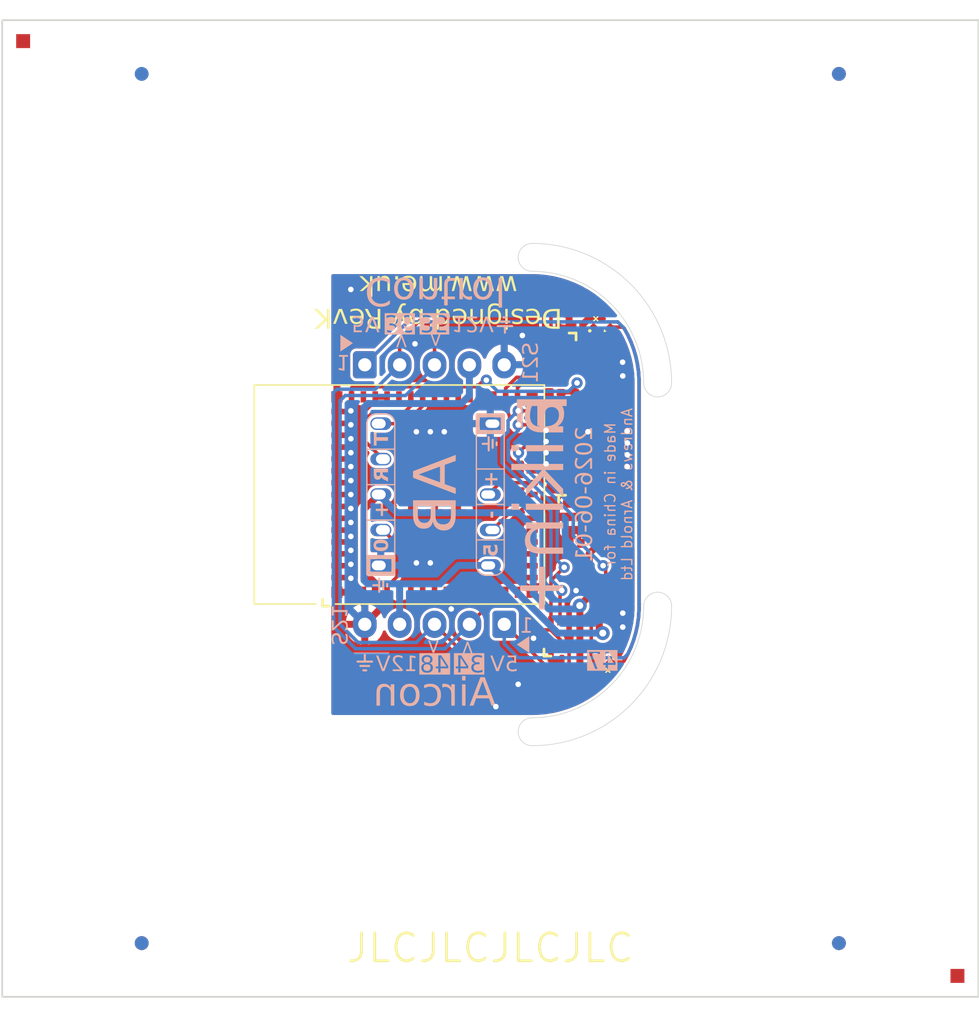
<source format=kicad_pcb>
(kicad_pcb (version 20241229) (generator "pcbnew") (generator_version "9.0")
  (title_block (title "S21") (rev "1") (company "Adrian Kennard, Andrews & Arnold Ltd"))
  (layers (0 "F.Cu" signal) (2 "B.Cu" signal) (13 "F.Paste" user) (15 "B.Paste" user) (5 "F.SilkS" user "F.Silkscreen") (7 "B.SilkS" user "B.Silkscreen") (1 "F.Mask" user) (3 "B.Mask" user) (25 "Edge.Cuts" user))
  (property "DATE" "2023-06-02")
  (net 0 "")
  (net 1 "GND")
  (net 2 "TX")
  (net 3 "RX")
  (net 4 "S21TX")
  (net 5 "LED")
  (net 6 "DC")
  (net 8 "Net-(U4-EN)")
  (net 9 "S21RX")
  (net 19 "+3.3V")
  (net 27 "Net-(J1-Pin_1)")
  (net 37 "Net-(J2-0)")
  (net 38 "Net-(J2-Rx)")
  (net 39 "Net-(J2-Tx)")
  (net 40 "D-")
  (net 41 "D+")
  (net 42 "TX2")
  (net 43 "RX2")
  (net 44 "Net-(D1-O)")
  (footprint "RevK:R_0402" (layer "F.Cu") (at 140 77)
    (property "Reference" "R1" (hide yes))
    (property "Value" "10k" (hide yes))
  )
  (footprint "RevK:JST_EH_S5B-EH_1x05_P2.50mm_Horizontal" (layer "F.Cu") (at 126 54.7)
    (property "Reference" "J4" (hide yes))
    (property "Value" "1x5")
  )
  (footprint "RevK:C_0603_" (layer "F.Cu") (at 144.5 64.3 90)
    (property "Reference" "C8" (hide yes))
    (property "Value" "10uF 35V")
  )
  (footprint "RevK:C_0402" (layer "F.Cu") (at 142 77.5 180)
    (property "Reference" "C3" (hide yes))
    (property "Value" "100nF" (hide yes))
  )
  (footprint "RevK:SMD1010" (layer "F.Cu") (at 143 76 -135)
    (property "Reference" "D1" (hide yes))
    (property "Value" "XL-1010RGBC-WS2812B" (hide yes))
  )
  (footprint "RevK:VCUT70N" (layer "F.Cu") (at 123.4 65 90)
    (property "Reference" "V5" (hide yes))
    (property "Value" "~")
  )
  (footprint "RevK:DFN1006-2L" (layer "F.Cu") (at 140 51 180)
    (property "Reference" "D3" (hide yes))
    (property "Value" "~")
  )
  (footprint "RevK:C_0402" (layer "F.Cu") (at 140.075 57.2 -90)
    (property "Reference" "C6" (hide yes))
    (property "Value" "1uF" (hide yes))
  )
  (footprint "RevK:R_0402_" (layer "F.Cu") (at 140.2 67.485 180)
    (property "Reference" "R10" (hide yes))
    (property "Value" "39k2" (hide yes))
  )
  (footprint "RevK:SOT-363_SC-70-6" (layer "F.Cu") (at 140 74 90)
    (property "Reference" "Q1" (hide yes))
    (property "Value" "BSS138PS")
  )
  (footprint "RevK:C_0402" (layer "F.Cu") (at 142 50.5 180)
    (property "Reference" "C1" (hide yes))
    (property "Value" "100nF" (hide yes))
  )
  (footprint "RevK:SOT-23-6-MD8942" (layer "F.Cu") (at 142 65.6 180)
    (property "Reference" "U3" (hide yes))
    (property "Value" "MD8942")
  )
  (footprint "RevK:R_0402" (layer "F.Cu") (at 141.075 57.2 90)
    (property "Reference" "R3" (hide yes))
    (property "Value" "10K" (hide yes))
  )
  (footprint "RevK:DFN1006-2L" (layer "F.Cu") (at 140 78)
    (property "Reference" "D2" (hide yes))
    (property "Value" "~")
  )
  (footprint "RevK:SOT-363_SC-70-6" (layer "F.Cu") (at 140 54 -90)
    (property "Reference" "Q2" (hide yes))
    (property "Value" "BSS138PS")
  )
  (footprint "RevK:R_0402" (layer "F.Cu") (at 140 50)
    (property "Reference" "R2" (hide yes))
    (property "Value" "10k" (hide yes))
  )
  (footprint "RevK:R_0402_" (layer "F.Cu") (at 143.8 67.485 180)
    (property "Reference" "R11" (hide yes))
    (property "Value" "1M" (hide yes))
  )
  (footprint "RevK:C_0402" (layer "F.Cu") (at 143.275 58.2)
    (property "Reference" "C2" (hide yes))
    (property "Value" "100nF" (hide yes))
  )
  (footprint "RevK:ESP32-S3-MINI-1" (layer "F.Cu") (at 131 64 90)
    (property "Reference" "U4" (hide yes))
    (property "Value" "ESP32-S3-MINI-1" (hide yes))
  )
  (footprint "RevK:C_0603_" (layer "F.Cu") (at 142 63.6)
    (property "Reference" "C10" (hide yes))
    (property "Value" "100nF")
  )
  (footprint "RevK:VCUT70N" (layer "F.Cu") (at 134.9 80 180)
    (property "Reference" "V2" (hide yes))
    (property "Value" "~")
  )
  (footprint "RevK:JST_EH_S5B-EH_1x05_P2.50mm_Horizontal" (layer "F.Cu") (at 136 73.3 180)
    (property "Reference" "J1" (hide yes))
    (property "Value" "1x5")
  )
  (footprint "RevK:C_0603" (layer "F.Cu") (at 143.275 57)
    (property "Reference" "C5" (hide yes))
    (property "Value" "22uF")
  )
  (footprint "RevK:L_4x4_" (layer "F.Cu") (at 142 61)
    (property "Reference" "L2" (hide yes))
    (property "Value" "10uH")
  )
  (footprint "RevK:VCUT70N" (layer "F.Cu") (at 146 65 90)
    (property "Reference" "V6" (hide yes))
    (property "Value" "~")
  )
  (footprint "RevK:SMD1010" (layer "F.Cu") (at 143 52 45)
    (property "Reference" "D4" (hide yes))
    (property "Value" "XL-1010RGBC-WS2812B" (hide yes))
  )
  (footprint "RevK:C_0603_" (layer "F.Cu") (at 139.5 64.3 -90)
    (property "Reference" "C9" (hide yes))
    (property "Value" "10uF 6.3V")
  )
  (footprint "RevK:PCB7070" (layer "F.Cu") (at 135 65)
    (property "Reference" "PCB1" (hide yes))
    (property "Value" "70x70" (hide yes))
    (fp_line (start -35 -35) (end 35 -35) (stroke (width 0.12)) (layer "Edge.Cuts"))
    (fp_line (start -35 35) (end -35 -35) (stroke (width 0.12)) (layer "Edge.Cuts"))
    (fp_line (start 35 -35) (end 35 35) (stroke (width 0.12)) (layer "Edge.Cuts"))
    (fp_line (start 35 35) (end -35 35) (stroke (width 0.12)) (layer "Edge.Cuts"))
  )
  (footprint "RevK:R_0402_" (layer "F.Cu") (at 142 67.5)
    (property "Reference" "R9" (hide yes))
    (property "Value" "124k" (hide yes))
  )
  (footprint "RevK:Shelly" (layer "B.Cu") (at 127.15 64 -90)
    (property "Reference" "J2" (hide yes))
    (property "Value" "Shelly" (hide yes))
  )
  (footprint "RevK:VCUT70N" (layer "B.Cu") (at 134.9 48 180)
    (property "Reference" "V1" (hide yes))
    (property "Value" "~")
  )
  (footprint "RevK:USB-PROG" (layer "B.Cu") (at 135 64 90)
    (property "Reference" "J3" (hide yes))
    (property "Value" "USB-PROG" (hide yes))
  )
  (gr_poly (pts (xy 137.8 75.35) (xy 137.8 74.15) (xy 136.9 74.75)) (fill yes) (layer "B.SilkS"))
  (gr_poly (pts (xy 124.25 52.55) (xy 124.25 53.75) (xy 125.15 53.15)) (fill yes) (layer "B.SilkS"))
  (gr_arc (start 138 48) (mid 137 47) (end 138 46) (stroke (width 0.05)) (layer "Edge.Cuts"))
  (gr_arc (start 148 56) (mid 147 57) (end 146 56) (stroke (width 0.05)) (layer "Edge.Cuts"))
  (gr_arc (start 148 72) (mid 145.071068 79.071068) (end 138 82) (stroke (width 0.05)) (layer "Edge.Cuts"))
  (gr_arc (start 138 48) (mid 143.656854 50.343146) (end 146 56) (stroke (width 0.05)) (layer "Edge.Cuts"))
  (gr_arc (start 146 72) (mid 143.656854 77.656854) (end 138 80) (stroke (width 0.05)) (layer "Edge.Cuts"))
  (gr_arc (start 146 72) (mid 147 71) (end 148 72) (stroke (width 0.05)) (layer "Edge.Cuts"))
  (gr_arc (start 138 82) (mid 137 81) (end 138 80) (stroke (width 0.05)) (layer "Edge.Cuts"))
  (gr_arc (start 138 46) (mid 145.071068 48.928932) (end 148 56) (stroke (width 0.05)) (layer "Edge.Cuts"))
  (gr_text "A" (at 126 77 90) (layer "F.Cu" knockout) (effects (font (size 2.5 2.5) (thickness 0.3) (bold yes))))
  (gr_text "Designed by RevK\nwww.me.uk" (at 131.275 50.1 180) (layer "F.SilkS") (effects (font (size 1.4 1.4))))
  (gr_text "F" (at 139.025 58.1 90) (layer "B.SilkS") (effects (font (size 3.5 3.5)) (justify mirror)))
  (gr_text "1" (at 124.45 54.45 180) (layer "B.SilkS") (effects (font (size 1.1 1.1) (thickness 0.1)) (justify mirror)))
  (gr_text ">" (at 131.1 52.9 90) (layer "B.SilkS") (effects (font (size 1 1)) (justify mirror)))
  (gr_text "${CURRENT_DATE}" (at 141.8 64 90) (layer "B.SilkS") (effects (font (size 1.2 1.2)) (justify mirror)))
  (gr_text "1" (at 137.6 73.45 0) (layer "B.SilkS") (effects (font (size 1.1 1.1) (thickness 0.1)) (justify mirror)))
  (gr_text "35" (at 131 51.65 180) (layer "B.SilkS" knockout) (effects (font (size 1.2 1.2) (thickness 0.1)) (justify mirror)))
  (gr_text ">" (at 133.35 75 -90) (layer "B.SilkS") (effects (font (size 1 1)) (justify mirror)))
  (gr_text "Made in China for\nAndrews & Arnold Ltd" (at 144.2 64 90) (layer "B.SilkS") (effects (font (size 0.75 0.75) (thickness 0.1)) (justify mirror)))
  (gr_text "Control" (at 131.05 49.3 180) (layer "B.SilkS") (effects (font (size 2 2)) (justify mirror)))
  (gr_text "⏚" (at 136.05 51.8 180) (layer "B.SilkS") (effects (font (size 1.1 1.1)) (justify mirror)))
  (gr_text "S21" (at 137.95 54.55 90) (layer "B.SilkS") (effects (font (size 1.1 1.1)) (justify mirror)))
  (gr_text "12V" (at 133.75 51.7 180) (layer "B.SilkS") (effects (font (size 1.1 1.1) (thickness 0.1)) (justify mirror)))
  (gr_text "Aircon" (at 131 78.3 0) (layer "B.SilkS") (effects (font (size 2 2)) (justify mirror)))
  (gr_text "5V" (at 126.05 51.7 180) (layer "B.SilkS") (effects (font (size 1.1 1.1) (thickness 0.1)) (justify mirror)))
  (gr_text "AB" (at 131.275 64 90) (layer "B.SilkS") (effects (font (size 3 3)) (justify mirror)))
  (gr_text "48" (at 131 76.25 0) (layer "B.SilkS" knockout) (effects (font (size 1.2 1.2) (thickness 0.1)) (justify mirror)))
  (gr_text "S21" (at 124.1 73.35 -90) (layer "B.SilkS") (effects (font (size 1.1 1.1)) (justify mirror)))
  (gr_text "36" (at 128.5 51.65 180) (layer "B.SilkS" knockout) (effects (font (size 1.2 1.2) (thickness 0.1)) (justify mirror)))
  (gr_text "<" (at 128.65 53 90) (layer "B.SilkS") (effects (font (size 1 1)) (justify mirror)))
  (gr_text "5V" (at 136 76.2 0) (layer "B.SilkS") (effects (font (size 1.1 1.1) (thickness 0.1)) (justify mirror)))
  (gr_text "12V" (at 128.3 76.2 0) (layer "B.SilkS") (effects (font (size 1.1 1.1) (thickness 0.1)) (justify mirror)))
  (gr_text " aikin+" (at 138.775 64.1 90) (layer "B.SilkS") (effects (font (size 3.5 3.5)) (justify mirror)))
  (gr_text "47" (at 143 76 0) (layer "B.SilkS" knockout) (effects (font (size 1.2 1.2) (thickness 0.1)) (justify mirror)))
  (gr_text "34" (at 133.5 76.25 0) (layer "B.SilkS" knockout) (effects (font (size 1.2 1.2) (thickness 0.1)) (justify mirror)))
  (gr_text "<" (at 130.9 74.9 -90) (layer "B.SilkS") (effects (font (size 1 1)) (justify mirror)))
  (gr_text "⏚" (at 126 76.1 0) (layer "B.SilkS") (effects (font (size 1.1 1.1)) (justify mirror)))
  (segment (start 144.825436 61.15) (end 144.825436 62) (width 0.5) (layer "F.Cu") (net 1))
  (segment (start 125.987588 58.05) (end 126.75 57.287588) (width 0.25) (layer "F.Cu") (net 1))
  (segment (start 144.69375 60.168314) (end 144.825436 60.3) (width 0.5) (layer "F.Cu") (net 1))
  (segment (start 144.825436 60.3) (end 144.69375 60.431686) (width 0.5) (layer "F.Cu") (net 1))
  (segment (start 124 58.05) (end 124.95 58.05) (width 0.25) (layer "F.Cu") (net 1))
  (segment (start 125.05 58.05) (end 125.987588 58.05) (width 0.25) (layer "F.Cu") (net 1))
  (segment (start 140.65 51.225) (end 140.65 53.05) (width 0.5) (layer "F.Cu") (net 1))
  (segment (start 125 58) (end 125.05 58.05) (width 0.25) (layer "F.Cu") (net 1))
  (segment (start 131.875 71.875) (end 132.2 72.2) (width 0.5) (layer "F.Cu") (net 1))
  (segment (start 141.5 50.5) (end 141 51) (width 0.5) (layer "F.Cu") (net 1))
  (segment (start 141 51) (end 140.425 51) (width 0.5) (layer "F.Cu") (net 1))
  (segment (start 126 73.3) (end 127.425 71.875) (width 0.5) (layer "F.Cu") (net 1))
  (segment (start 144.05 57.475) (end 144.825436 58.250436) (width 0.5) (layer "F.Cu") (net 1))
  (segment (start 127.425 71.875) (end 131.875 71.875) (width 0.5) (layer "F.Cu") (net 1))
  (segment (start 144.05 57) (end 144.05 57.475) (width 0.5) (layer "F.Cu") (net 1))
  (segment (start 140.425 51) (end 140.65 51.225) (width 0.5) (layer "F.Cu") (net 1))
  (segment (start 144.825436 58.250436) (end 144.825436 59.45) (width 0.5) (layer "F.Cu") (net 1))
  (segment (start 126.75 57.287588) (end 126.75 57) (width 0.25) (layer "F.Cu") (net 1))
  (segment (start 144.69375 61.018314) (end 144.825436 61.15) (width 0.5) (layer "F.Cu") (net 1))
  (segment (start 124.95 58.05) (end 125 58) (width 0.25) (layer "F.Cu") (net 1))
  (segment (start 144.69375 61.868314) (end 144.825436 62) (width 0.5) (layer "F.Cu") (net 1))
  (segment (start 144.825436 59.45) (end 144.69375 59.581686) (width 0.5) (layer "F.Cu") (net 1))
  (via (at 125 59) (size 0.8) (drill 0.4) (layers "F.Cu" "B.Cu") (net 1))
  (via (at 130.7 59.5) (size 0.8) (drill 0.4) (layers "F.Cu" "B.Cu") (net 1))
  (via (at 125 67) (size 0.8) (drill 0.4) (layers "F.Cu" "B.Cu") (net 1))
  (via (at 139 61) (size 0.8) (drill 0.4) (layers "F.Cu" "B.Cu") (net 1))
  (via (at 132.2 72.2) (size 0.8) (drill 0.4) (layers "F.Cu" "B.Cu") (net 1))
  (via (at 144.825436 59.45) (size 0.8) (drill 0.4) (layers "F.Cu" "B.Cu") (net 1))
  (via (at 131.7 59.5) (size 0.8) (drill 0.4) (layers "F.Cu" "B.Cu") (net 1))
  (via (at 129.7 68.9) (size 0.8) (drill 0.4) (layers "F.Cu" "B.Cu") (net 1))
  (via (at 125 66) (size 0.8) (drill 0.4) (layers "F.Cu" "B.Cu") (net 1))
  (via (at 125 62) (size 0.8) (drill 0.4) (layers "F.Cu" "B.Cu") (net 1))
  (via (at 144.5 72.5) (size 0.8) (drill 0.4) (layers "F.Cu" "B.Cu") (net 1))
  (via (at 129.7 59.5) (size 0.8) (drill 0.4) (layers "F.Cu" "B.Cu") (net 1))
  (via (at 125 61) (size 0.8) (drill 0.4) (layers "F.Cu" "B.Cu") (net 1))
  (via (at 144.825436 62) (size 0.8) (drill 0.4) (layers "F.Cu" "B.Cu") (net 1))
  (via (at 144.5 73.5) (size 0.8) (drill 0.4) (layers "F.Cu" "B.Cu") (net 1))
  (via (at 144.825436 61.15) (size 0.8) (drill 0.4) (layers "F.Cu" "B.Cu") (net 1))
  (via (at 125 49.3) (size 0.8) (drill 0.4) (layers "F.Cu" "B.Cu") (net 1))
  (via (at 125 68) (size 0.8) (drill 0.4) (layers "F.Cu" "B.Cu") (net 1))
  (via (at 139 61.8) (size 0.8) (drill 0.4) (layers "F.Cu" "B.Cu") (net 1))
  (via (at 129.6 53.2) (size 0.8) (drill 0.4) (layers "F.Cu" "B.Cu") (net 1))
  (via (at 125 69) (size 0.8) (drill 0.4) (layers "F.Cu" "B.Cu") (net 1))
  (via (at 144.825436 60.3) (size 0.8) (drill 0.4) (layers "F.Cu" "B.Cu") (net 1))
  (via (at 138.1 74.3) (size 0.8) (drill 0.4) (layers "F.Cu" "B.Cu") (net 1))
  (via (at 125 63) (size 0.8) (drill 0.4) (layers "F.Cu" "B.Cu") (net 1))
  (via (at 130.7 68.9) (size 0.8) (drill 0.4) (layers "F.Cu" "B.Cu") (net 1))
  (via (at 139 59.4) (size 0.8) (drill 0.4) (layers "F.Cu" "B.Cu") (net 1))
  (via (at 144.487347 54.512653) (size 0.8) (drill 0.4) (layers "F.Cu" "B.Cu") (net 1))
  (via (at 142 59.5) (size 0.8) (drill 0.4) (layers "F.Cu" "B.Cu") (net 1))
  (via (at 125 65) (size 0.8) (drill 0.4) (layers "F.Cu" "B.Cu") (net 1))
  (via (at 135.4 79.2) (size 0.8) (drill 0.4) (layers "F.Cu" "B.Cu") (net 1))
  (via (at 137.3 52.6) (size 0.8) (drill 0.4) (layers "F.Cu" "B.Cu") (net 1))
  (via (at 125 70) (size 0.8) (drill 0.4) (layers "F.Cu" "B.Cu") (net 1))
  (via (at 125 64) (size 0.8) (drill 0.4) (layers "F.Cu" "B.Cu") (net 1))
  (via (at 137 77.6) (size 0.8) (drill 0.4) (layers "F.Cu" "B.Cu") (net 1))
  (via (at 125 58) (size 0.8) (drill 0.4) (layers "F.Cu" "B.Cu") (net 1))
  (via (at 139 60.2) (size 0.8) (drill 0.4) (layers "F.Cu" "B.Cu") (net 1))
  (via (at 125 60) (size 0.8) (drill 0.4) (layers "F.Cu" "B.Cu") (net 1))
  (via (at 144.5 55.5) (size 0.8) (drill 0.4) (layers "F.Cu" "B.Cu") (net 1))
  (via (at 141.15 70.884986) (size 0.8) (drill 0.4) (layers "F.Cu" "B.Cu") (net 1))
  (segment (start 124.8 58.8) (end 124.8 57.9) (width 0.5) (layer "B.Cu") (net 1))
  (segment (start 124.8 67.2) (end 125 67) (width 0.5) (layer "B.Cu") (net 1))
  (segment (start 124.8 59.2) (end 125 59) (width 0.5) (layer "B.Cu") (net 1))
  (segment (start 125 62) (end 124.8 61.8) (width 0.5) (layer "B.Cu") (net 1))
  (segment (start 125 69) (end 124.8 68.8) (width 0.5) (layer "B.Cu") (net 1))
  (segment (start 125 66) (end 124.8 65.8) (width 0.5) (layer "B.Cu") (net 1))
  (segment (start 124.8 64.8) (end 124.8 64.2) (width 0.5) (layer "B.Cu") (net 1))
  (segment (start 124.8 68.2) (end 125 68) (width 0.5) (layer "B.Cu") (net 1))
  (segment (start 124.8 66.8) (end 124.8 66.2) (width 0.5) (layer "B.Cu") (net 1))
  (segment (start 124.8 69.8) (end 124.8 69.2) (width 0.5) (layer "B.Cu") (net 1))
  (segment (start 124.8 59.8) (end 124.8 59.2) (width 0.5) (layer "B.Cu") (net 1))
  (segment (start 125 60) (end 124.8 59.8) (width 0.5) (layer "B.Cu") (net 1))
  (segment (start 125 65) (end 124.8 64.8) (width 0.5) (layer "B.Cu") (net 1))
  (segment (start 125 61) (end 124.8 60.8) (width 0.5) (layer "B.Cu") (net 1))
  (segment (start 125 68) (end 124.8 67.8) (width 0.5) (layer "B.Cu") (net 1))
  (segment (start 124.8 64.2) (end 125 64) (width 0.5) (layer "B.Cu") (net 1))
  (segment (start 124.8 72.1) (end 124.8 70.2) (width 0.5) (layer "B.Cu") (net 1))
  (segment (start 124.8 67.8) (end 124.8 67.2) (width 0.5) (layer "B.Cu") (net 1))
  (segment (start 124.8 61.2) (end 125 61) (width 0.5) (layer "B.Cu") (net 1))
  (segment (start 124.8 61.8) (end 124.8 61.2) (width 0.5) (layer "B.Cu") (net 1))
  (segment (start 124.8 69.2) (end 125 69) (width 0.5) (layer "B.Cu") (net 1))
  (segment (start 124.8 60.2) (end 125 60) (width 0.5) (layer "B.Cu") (net 1))
  (segment (start 125 59) (end 124.8 58.8) (width 0.5) (layer "B.Cu") (net 1))
  (segment (start 125 64) (end 124.8 63.8) (width 0.5) (layer "B.Cu") (net 1))
  (segment (start 125 63) (end 124.8 62.8) (width 0.5) (layer "B.Cu") (net 1))
  (segment (start 125 67) (end 124.8 66.8) (width 0.5) (layer "B.Cu") (net 1))
  (segment (start 124.8 65.2) (end 125 65) (width 0.5) (layer "B.Cu") (net 1))
  (segment (start 124.8 70.2) (end 125 70) (width 0.5) (layer "B.Cu") (net 1))
  (segment (start 124.8 66.2) (end 125 66) (width 0.5) (layer "B.Cu") (net 1))
  (segment (start 124.8 62.8) (end 124.8 62.2) (width 0.5) (layer "B.Cu") (net 1))
  (segment (start 124.8 63.2) (end 125 63) (width 0.5) (layer "B.Cu") (net 1))
  (segment (start 124.8 63.8) (end 124.8 63.2) (width 0.5) (layer "B.Cu") (net 1))
  (segment (start 124.8 60.8) (end 124.8 60.2) (width 0.5) (layer "B.Cu") (net 1))
  (segment (start 124.8 68.8) (end 124.8 68.2) (width 0.5) (layer "B.Cu") (net 1))
  (segment (start 124.8 62.2) (end 125 62) (width 0.5) (layer "B.Cu") (net 1))
  (segment (start 124.8 65.8) (end 124.8 65.2) (width 0.5) (layer "B.Cu") (net 1))
  (segment (start 125 70) (end 124.8 69.8) (width 0.5) (layer "B.Cu") (net 1))
  (segment (start 126 73.3) (end 124.8 72.1) (width 0.5) (layer "B.Cu") (net 1))
  (segment (start 140 71) (end 140.127082 70.872918) (width 0.25) (layer "F.Cu") (net 2))
  (segment (start 140 73.05) (end 140 71) (width 0.25) (layer "F.Cu") (net 2))
  (segment (start 137 58) (end 137.95 58) (width 0.25) (layer "F.Cu") (net 2))
  (via (at 140.127082 70.872918) (size 0.8) (drill 0.4) (layers "F.Cu" "B.Cu") (net 2))
  (via (at 137 58) (size 0.8) (drill 0.4) (layers "F.Cu" "B.Cu") (net 2))
  (segment (start 136.275 59.495) (end 135.837653 59.932347) (width 0.25) (layer "B.Cu") (net 2))
  (segment (start 135.837653 59.932347) (end 135.837653 61.710445) (width 0.25) (layer "B.Cu") (net 2))
  (segment (start 137 58) (end 136.974695 58) (width 0.25) (layer "B.Cu") (net 2))
  (segment (start 139.35 70.095836) (end 140.127082 70.872918) (width 0.25) (layer "B.Cu") (net 2))
  (segment (start 135.837653 61.710445) (end 139.35 65.222792) (width 0.25) (layer "B.Cu") (net 2))
  (segment (start 136.974695 58) (end 136.275 58.699695) (width 0.25) (layer "B.Cu") (net 2))
  (segment (start 136.275 58.699695) (end 136.275 59.495) (width 0.25) (layer "B.Cu") (net 2))
  (segment (start 139.35 65.222792) (end 139.35 70.095836) (width 0.25) (layer "B.Cu") (net 2))
  (segment (start 139.35 73.05) (end 139.35 70.168382) (width 0.25) (layer "F.Cu") (net 3))
  (segment (start 137 59) (end 137.9 59) (width 0.25) (layer "F.Cu") (net 3))
  (segment (start 139.35 70.168382) (end 140.3 69.218382) (width 0.25) (layer "F.Cu") (net 3))
  (segment (start 137.9 59) (end 138 58.9) (width 0.25) (layer "F.Cu") (net 3))
  (via (at 137 59) (size 0.8) (drill 0.4) (layers "F.Cu" "B.Cu") (net 3))
  (via (at 140.3 69.218382) (size 0.8) (drill 0.4) (layers "F.Cu" "B.Cu") (net 3))
  (segment (start 136.287653 61.524049) (end 139.8 65.036396) (width 0.25) (layer "B.Cu") (net 3))
  (segment (start 136.287653 60.118743) (end 136.287653 61.524049) (width 0.25) (layer "B.Cu") (net 3))
  (segment (start 137 59.406396) (end 136.287653 60.118743) (width 0.25) (layer "B.Cu") (net 3))
  (segment (start 139.8 68.718382) (end 140.3 69.218382) (width 0.25) (layer "B.Cu") (net 3))
  (segment (start 139.8 65.036396) (end 139.8 68.718382) (width 0.25) (layer "B.Cu") (net 3))
  (segment (start 137 59) (end 137 59.406396) (width 0.25) (layer "B.Cu") (net 3))
  (segment (start 139.749999 79) (end 136.7 79) (width 0.25) (layer "F.Cu") (net 4))
  (segment (start 136.7 79) (end 131 73.3) (width 0.25) (layer "F.Cu") (net 4))
  (segment (start 138.5 50.2) (end 138.825 50.525) (width 0.25) (layer "F.Cu") (net 4))
  (segment (start 140.65 74.95) (end 140.65 76.85) (width 0.25) (layer "F.Cu") (net 4))
  (segment (start 140.65 76.85) (end 140.5 77) (width 0.25) (layer "F.Cu") (net 4))
  (segment (start 140 53.625) (end 140 53.05) (width 0.25) (layer "F.Cu") (net 4))
  (segment (start 138.825 53.525) (end 139 53.7) (width 0.25) (layer "F.Cu") (net 4))
  (segment (start 140.425 78.324999) (end 139.749999 79) (width 0.25) (layer "F.Cu") (net 4))
  (segment (start 140.425 78) (end 140.425 78.324999) (width 0.25) (layer "F.Cu") (net 4))
  (segment (start 138.825 50.525) (end 138.825 53.525) (width 0.25) (layer "F.Cu") (net 4))
  (segment (start 131.9 50.2) (end 138.5 50.2) (width 0.25) (layer "F.Cu") (net 4))
  (segment (start 139 53.7) (end 139.925 53.7) (width 0.25) (layer "F.Cu") (net 4))
  (segment (start 131 54.7) (end 131 51.1) (width 0.25) (layer "F.Cu") (net 4))
  (segment (start 139.925 53.7) (end 140 53.625) (width 0.25) (layer "F.Cu") (net 4))
  (segment (start 140.425 78) (end 140.425 77.075) (width 0.25) (layer "F.Cu") (net 4))
  (segment (start 131 51.1) (end 131.9 50.2) (width 0.25) (layer "F.Cu") (net 4))
  (segment (start 124.225 73.311701) (end 125.513299 74.6) (width 0.25) (layer "B.Cu") (net 4))
  (segment (start 129.7 74.6) (end 131 73.3) (width 0.25) (layer "B.Cu") (net 4))
  (segment (start 124.6 56.9) (end 124.225 57.275) (width 0.25) (layer "B.Cu") (net 4))
  (segment (start 125.513299 74.6) (end 129.7 74.6) (width 0.25) (layer "B.Cu") (net 4))
  (segment (start 124.225 57.275) (end 124.225 73.311701) (width 0.25) (layer "B.Cu") (net 4))
  (segment (start 128.925 56.9) (end 124.6 56.9) (width 0.25) (layer "B.Cu") (net 4))
  (segment (start 131 54.825) (end 128.925 56.9) (width 0.25) (layer "B.Cu") (net 4))
  (segment (start 142.23986 71.963263) (end 143.275 70.928122) (width 0.25) (layer "F.Cu") (net 5))
  (segment (start 143.275 70.928122) (end 143.275 69.282967) (width 0.25) (layer "F.Cu") (net 5))
  (segment (start 138 60.6) (end 137.425306 60.6) (width 0.25) (layer "F.Cu") (net 5))
  (segment (start 137.425306 60.6) (end 137.025306 61) (width 0.25) (layer "F.Cu") (net 5))
  (segment (start 142.398959 76) (end 142.23986 75.840901) (width 0.25) (layer "F.Cu") (net 5))
  (segment (start 143.275 69.282967) (end 143.087781 69.095748) (width 0.25) (layer "F.Cu") (net 5))
  (segment (start 142.23986 75.840901) (end 142.23986 71.963263) (width 0.25) (layer "F.Cu") (net 5))
  (via (at 137.025306 61) (size 0.8) (drill 0.4) (layers "F.Cu" "B.Cu") (net 5))
  (via (at 143.087781 69.095748) (size 0.8) (drill 0.4) (layers "F.Cu" "B.Cu") (net 5))
  (segment (start 137 61.025306) (end 137 61.6) (width 0.25) (layer "B.Cu") (net 5))
  (segment (start 137 61.6) (end 140.95 65.55) (width 0.25) (layer "B.Cu") (net 5))
  (segment (start 137.025306 61) (end 137 61.025306) (width 0.25) (layer "B.Cu") (net 5))
  (segment (start 140.95 66.957967) (end 143.087781 69.095748) (width 0.25) (layer "B.Cu") (net 5))
  (segment (start 140.95 65.55) (end 140.95 66.957967) (width 0.25) (layer "B.Cu") (net 5))
  (segment (start 143.06486 73.930761) (end 142.81486 73.680761) (width 0.5) (layer "F.Cu") (net 6))
  (segment (start 144.3 70.8) (end 144.3 67.5) (width 0.5) (layer "F.Cu") (net 6))
  (segment (start 142.81486 73.680761) (end 142.81486 72.28514) (width 0.5) (layer "F.Cu") (net 6))
  (segment (start 142.81486 72.28514) (end 144.3 70.8) (width 0.5) (layer "F.Cu") (net 6))
  (via (at 143.06486 73.930761) (size 1) (drill 0.5) (layers "F.Cu" "B.Cu") (net 6))
  (segment (start 134.993172 69.08) (end 139.843933 73.930761) (width 0.5) (layer "B.Cu") (net 6))
  (segment (start 133.5 54.7) (end 133.5 56.9) (width 0.5) (layer "B.Cu") (net 6))
  (segment (start 131.4 70.4) (end 132.72 69.08) (width 0.5) (layer "B.Cu") (net 6))
  (segment (start 126.225 57.475) (end 125.95 57.75) (width 0.5) (layer "B.Cu") (net 6))
  (segment (start 139.843933 73.930761) (end 143.06486 73.930761) (width 0.5) (layer "B.Cu") (net 6))
  (segment (start 128.5 70.5) (end 128.4 70.4) (width 0.5) (layer "B.Cu") (net 6))
  (segment (start 132.925 57.475) (end 126.225 57.475) (width 0.5) (layer "B.Cu") (net 6))
  (segment (start 126.2 70.4) (end 128.4 70.4) (width 0.5) (layer "B.Cu") (net 6))
  (segment (start 131.4 70.4) (end 128.4 70.4) (width 0.5) (layer "B.Cu") (net 6))
  (segment (start 132.72 69.08) (end 134.85 69.08) (width 0.5) (layer "B.Cu") (net 6))
  (segment (start 128.5 73.3) (end 128.5 70.5) (width 0.5) (layer "B.Cu") (net 6))
  (segment (start 125.95 57.75) (end 125.95 70.15) (width 0.5) (layer "B.Cu") (net 6))
  (segment (start 133.5 56.9) (end 132.925 57.475) (width 0.5) (layer "B.Cu") (net 6))
  (segment (start 125.95 70.15) (end 126.2 70.4) (width 0.5) (layer "B.Cu") (net 6))
  (segment (start 125.125 56.275) (end 134.054028 56.275) (width 0.25) (layer "F.Cu") (net 8))
  (segment (start 141.075 56.7) (end 141.075 56.142946) (width 0.25) (layer "F.Cu") (net 8))
  (segment (start 125.05 56.35) (end 125.125 56.275) (width 0.25) (layer "F.Cu") (net 8))
  (segment (start 134.054028 56.275) (end 134.717637 55.611391) (width 0.25) (layer "F.Cu") (net 8))
  (segment (start 141.075 56.7) (end 140.075 56.7) (width 0.25) (layer "F.Cu") (net 8))
  (segment (start 141.075 56.142946) (end 141.22029 55.997656) (width 0.25) (layer "F.Cu") (net 8))
  (segment (start 125.05 57) (end 125.05 56.35) (width 0.25) (layer "F.Cu") (net 8))
  (via (at 141.22029 55.997656) (size 0.8) (drill 0.4) (layers "F.Cu" "B.Cu") (net 8))
  (via (at 134.717637 55.8) (size 0.8) (drill 0.4) (layers "F.Cu" "B.Cu") (net 8))
  (segment (start 135.517637 56.6) (end 140.617946 56.6) (width 0.25) (layer "B.Cu") (net 8))
  (segment (start 140.617946 56.6) (end 141.22029 55.997656) (width 0.25) (layer "B.Cu") (net 8))
  (segment (start 134.717637 55.8) (end 135.517637 56.6) (width 0.25) (layer "B.Cu") (net 8))
  (segment (start 139.35 53.05) (end 139.35 51.225) (width 0.25) (layer "F.Cu") (net 9))
  (segment (start 139.575 51) (end 139.575 50.075) (width 0.25) (layer "F.Cu") (net 9))
  (segment (start 139.25 49.75) (end 139.5 50) (width 0.25) (layer "F.Cu") (net 9))
  (segment (start 128.5 52.963604) (end 131.713604 49.75) (width 0.25) (layer "F.Cu") (net 9))
  (segment (start 134.8 72) (end 133.5 73.3) (width 0.25) (layer "F.Cu") (net 9))
  (segment (start 140 74.95) (end 140 74.375) (width 0.25) (layer "F.Cu") (net 9))
  (segment (start 128.5 54.7) (end 128.5 52.963604) (width 0.25) (layer "F.Cu") (net 9))
  (segment (start 140 74.375) (end 139.325 73.7) (width 0.25) (layer "F.Cu") (net 9))
  (segment (start 136.8451 72) (end 134.8 72) (width 0.25) (layer "F.Cu") (net 9))
  (segment (start 131.713604 49.75) (end 139.25 49.75) (width 0.25) (layer "F.Cu") (net 9))
  (segment (start 139.35 51.225) (end 139.575 51) (width 0.25) (layer "F.Cu") (net 9))
  (segment (start 139.325 73.7) (end 138.5451 73.7) (width 0.25) (layer "F.Cu") (net 9))
  (segment (start 138.5451 73.7) (end 136.8451 72) (width 0.25) (layer "F.Cu") (net 9))
  (segment (start 131.75 75.05) (end 133.5 73.3) (width 0.25) (layer "B.Cu") (net 9))
  (segment (start 125.326903 75.05) (end 131.75 75.05) (width 0.25) (layer "B.Cu") (net 9))
  (segment (start 124 56.45) (end 123.75 56.7) (width 0.25) (layer "B.Cu") (net 9))
  (segment (start 123.75 56.7) (end 123.75 73.473097) (width 0.25) (layer "B.Cu") (net 9))
  (segment (start 126.75 56.45) (end 124 56.45) (width 0.25) (layer "B.Cu") (net 9))
  (segment (start 123.75 73.473097) (end 125.326903 75.05) (width 0.25) (layer "B.Cu") (net 9))
  (segment (start 128.5 54.7) (end 126.75 56.45) (width 0.25) (layer "B.Cu") (net 9))
  (segment (start 125.95 65.05) (end 125.95 69.98) (width 0.5) (layer "F.Cu") (net 19))
  (segment (start 141.075 60.425) (end 141.075 57.7) (width 0.5) (layer "F.Cu") (net 19))
  (segment (start 125.95 69.98) (end 126.07 70.1) (width 0.5) (layer "F.Cu") (net 19))
  (segment (start 126.07 70.1) (end 126.5 70.1) (width 0.5) (layer "F.Cu") (net 19))
  (segment (start 142.5 77.5) (end 142.5 77.180001) (width 0.5) (layer "F.Cu") (net 19))
  (segment (start 142.5 50.5) (end 142.5 50.898959) (width 0.5) (layer "F.Cu") (net 19))
  (segment (start 142.1 68.219999) (end 142.5 67.819999) (width 0.5) (layer "F.Cu") (net 19))
  (segment (start 143 77) (end 142.5 77.5) (width 0.5) (layer "F.Cu") (net 19))
  (segment (start 141.425 71.966741) (end 141.41486 71.956601) (width 0.5) (layer "F.Cu") (net 19))
  (segment (start 141.630761 51.813604) (end 141.630761 55.206045) (width 0.5) (layer "F.Cu") (net 19))
  (segment (start 126.5 70.1) (end 126.75 70.35) (width 0.5) (layer "F.Cu") (net 19))
  (segment (start 140.5 61) (end 141.075 60.425) (width 0.5) (layer "F.Cu") (net 19))
  (segment (start 142.1 71.271461) (end 142.1 68.219999) (width 0.5) (layer "F.Cu") (net 19))
  (segment (start 142.832843 51.231802) (end 142.212563 51.231802) (width 0.5) (layer "F.Cu") (net 19))
  (segment (start 143 51.398959) (end 142.832843 51.231802) (width 0.5) (layer "F.Cu") (net 19))
  (segment (start 142.212563 51.231802) (end 141.630761 51.813604) (width 0.5) (layer "F.Cu") (net 19))
  (segment (start 141.075 57.7) (end 141.8 57.7) (width 0.5) (layer "F.Cu") (net 19))
  (segment (start 142.5 57) (end 142.5 57.925) (width 0.5) (layer "F.Cu") (net 19))
  (segment (start 127 64) (end 125.95 65.05) (width 0.5) (layer "F.Cu") (net 19))
  (segment (start 142.5 67.819999) (end 142.5 67.5) (width 0.5) (layer "F.Cu") (net 19))
  (segment (start 142.5 50.898959) (end 143 51.398959) (width 0.5) (layer "F.Cu") (net 19))
  (segment (start 141.41486 71.956601) (end 142.1 71.271461) (width 0.5) (layer "F.Cu") (net 19))
  (segment (start 143 76.601041) (end 143 77) (width 0.5) (layer "F.Cu") (net 19))
  (segment (start 141.425 76.105001) (end 141.425 71.966741) (width 0.5) (layer "F.Cu") (net 19))
  (segment (start 141.8 57.7) (end 142.5 57) (width 0.5) (layer "F.Cu") (net 19))
  (segment (start 142.5 77.180001) (end 141.425 76.105001) (width 0.5) (layer "F.Cu") (net 19))
  (segment (start 141.630761 55.206045) (end 142.5 56.075284) (width 0.5) (layer "F.Cu") (net 19))
  (segment (start 142.5 56.075284) (end 142.5 57) (width 0.5) (layer "F.Cu") (net 19))
  (segment (start 126.75 70.35) (end 126.75 71) (width 0.5) (layer "F.Cu") (net 19))
  (segment (start 142.5 57.925) (end 142.775 58.2) (width 0.5) (layer "F.Cu") (net 19))
  (via (at 141.41486 71.956601) (size 1) (drill 0.5) (layers "F.Cu" "B.Cu") (net 19))
  (segment (start 138.076041 71.076041) (end 139.2 72.2) (width 0.5) (layer "B.Cu") (net 19))
  (segment (start 139.2 72.2) (end 141.171461 72.2) (width 0.5) (layer "B.Cu") (net 19))
  (segment (start 138.076041 66.376041) (end 138.076041 71.076041) (width 0.5) (layer "B.Cu") (net 19))
  (segment (start 127 64) (end 128.3 65.3) (width 0.5) (layer "B.Cu") (net 19))
  (segment (start 141.171461 72.2) (end 141.41486 71.956601) (width 0.5) (layer "B.Cu") (net 19))
  (segment (start 137 65.3) (end 138.076041 66.376041) (width 0.5) (layer "B.Cu") (net 19))
  (segment (start 128.3 65.3) (end 137 65.3) (width 0.5) (layer "B.Cu") (net 19))
  (segment (start 139.5 76.8) (end 136 73.3) (width 0.25) (layer "F.Cu") (net 27))
  (segment (start 140.5 50) (end 139.8 49.3) (width 0.25) (layer "F.Cu") (net 27))
  (segment (start 139.8 49.3) (end 131.4 49.3) (width 0.25) (layer "F.Cu") (net 27))
  (segment (start 131.4 49.3) (end 126 54.7) (width 0.25) (layer "F.Cu") (net 27))
  (segment (start 139.5 77) (end 139.5 76.8) (width 0.25) (layer "F.Cu") (net 27))
  (segment (start 144.595075 75.7) (end 137 75.7) (width 0.25) (layer "B.Cu") (net 27))
  (segment (start 144.860797 75.434278) (end 144.595075 75.7) (width 0.25) (layer "B.Cu") (net 27))
  (segment (start 145.088318 74.936078) (end 144.860797 75.434278) (width 0.25) (layer "B.Cu") (net 27))
  (segment (start 144.860797 52.565722) (end 145.088318 53.063922) (width 0.25) (layer "B.Cu") (net 27))
  (segment (start 145.675 71.9) (end 145.667556 71.892556) (width 0.25) (layer "B.Cu") (net 27))
  (segment (start 145.434019 54.10259) (end 145.550436 54.637748) (width 0.25) (layer "B.Cu") (net 27))
  (segment (start 145.279715 53.57708) (end 145.434019 54.10259) (width 0.25) (layer "B.Cu") (net 27))
  (segment (start 145.667556 71.907444) (end 145.675 71.9) (width 0.25) (layer "B.Cu") (net 27))
  (segment (start 145.667556 72.272379) (end 145.667556 71.907444) (width 0.25) (layer "B.Cu") (net 27))
  (segment (start 136 74.7) (end 136 73.3) (width 0.25) (layer "B.Cu") (net 27))
  (segment (start 145.434019 73.89741) (end 145.279715 74.42292) (width 0.25) (layer "B.Cu") (net 27))
  (segment (start 137 75.7) (end 136 74.7) (width 0.25) (layer "B.Cu") (net 27))
  (segment (start 145.550436 73.362252) (end 145.62838 72.820135) (width 0.25) (layer "B.Cu") (net 27))
  (segment (start 145.279715 74.42292) (end 145.088318 74.936078) (width 0.25) (layer "B.Cu") (net 27))
  (segment (start 126 54.7) (end 129.075713 51.624287) (width 0.25) (layer "B.Cu") (net 27))
  (segment (start 144.137574 51.624287) (end 144.598323 52.085036) (width 0.25) (layer "B.Cu") (net 27))
  (segment (start 145.667556 71.892556) (end 145.667556 55.727621) (width 0.25) (layer "B.Cu") (net 27))
  (segment (start 145.550436 54.637748) (end 145.62838 55.179865) (width 0.25) (layer "B.Cu") (net 27))
  (segment (start 145.667556 55.727621) (end 145.62838 55.179865) (width 0.25) (layer "B.Cu") (net 27))
  (segment (start 145.550436 73.362252) (end 145.434019 73.89741) (width 0.25) (layer "B.Cu") (net 27))
  (segment (start 144.598323 52.085036) (end 144.860797 52.565722) (width 0.25) (layer "B.Cu") (net 27))
  (segment (start 129.075713 51.624287) (end 144.137574 51.624287) (width 0.25) (layer "B.Cu") (net 27))
  (segment (start 145.088318 53.063922) (end 145.279715 53.57708) (width 0.25) (layer "B.Cu") (net 27))
  (segment (start 145.62838 72.820135) (end 145.667556 72.272379) (width 0.25) (layer "B.Cu") (net 27))
  (segment (start 128.3 69.9) (end 127.6 70.6) (width 0.25) (layer "F.Cu") (net 37))
  (segment (start 128.3 67.54) (end 128.3 69.9) (width 0.25) (layer "F.Cu") (net 37))
  (segment (start 127.6 70.6) (end 127.6 71) (width 0.25) (layer "F.Cu") (net 37))
  (segment (start 127.3 66.54) (end 128.3 67.54) (width 0.25) (layer "F.Cu") (net 37))
  (segment (start 129.3 57.65) (end 128.805 58.145) (width 0.25) (layer "F.Cu") (net 38))
  (segment (start 128.805 58.145) (end 126.528984 58.145) (width 0.25) (layer "F.Cu") (net 38))
  (segment (start 129.3 57) (end 129.3 57.65) (width 0.25) (layer "F.Cu") (net 38))
  (segment (start 126.528984 58.145) (end 126.075 58.598984) (width 0.25) (layer "F.Cu") (net 38))
  (segment (start 126.075 58.598984) (end 126.075 60.235) (width 0.25) (layer "F.Cu") (net 38))
  (segment (start 126.075 60.235) (end 127.3 61.46) (width 0.25) (layer "F.Cu") (net 38))
  (segment (start 127 58.92) (end 128.88 58.92) (width 0.25) (layer "F.Cu") (net 39))
  (segment (start 130.15 57.65) (end 130.15 57) (width 0.25) (layer "F.Cu") (net 39))
  (segment (start 128.88 58.92) (end 130.15 57.65) (width 0.25) (layer "F.Cu") (net 39))
  (segment (start 137.69 64) (end 138 64) (width 0.25) (layer "F.Cu") (net 40))
  (segment (start 135.15 66.54) (end 137.69 64) (width 0.25) (layer "F.Cu") (net 40))
  (segment (start 134.85 64) (end 135.7 63.15) (width 0.25) (layer "F.Cu") (net 41))
  (segment (start 135.7 63.15) (end 138 63.15) (width 0.25) (layer "F.Cu") (net 41))
  (segment (start 136.1 57) (end 136.1 56.386701) (width 0.25) (layer "F.Cu") (net 42))
  (segment (start 136.1 56.386701) (end 136.886701 55.6) (width 0.25) (layer "F.Cu") (net 42))
  (segment (start 139.925 55.6) (end 140 55.525) (width 0.25) (layer "F.Cu") (net 42))
  (segment (start 136.886701 55.6) (end 139.925 55.6) (width 0.25) (layer "F.Cu") (net 42))
  (segment (start 140 55.525) (end 140 54.95) (width 0.25) (layer "F.Cu") (net 42))
  (segment (start 140.15 56.05) (end 140.65 55.55) (width 0.25) (layer "F.Cu") (net 43))
  (segment (start 136.95 57) (end 136.95 56.35) (width 0.25) (layer "F.Cu") (net 43))
  (segment (start 136.95 56.35) (end 137.25 56.05) (width 0.25) (layer "F.Cu") (net 43))
  (segment (start 137.25 56.05) (end 140.15 56.05) (width 0.25) (layer "F.Cu") (net 43))
  (segment (start 140.65 55.55) (end 140.65 54.95) (width 0.25) (layer "F.Cu") (net 43))
  (segment (start 145.673202 71.865247) (end 145.675 71.856208) (width 0.25) (layer "F.Cu") (net 44))
  (segment (start 145.550436 54.637748) (end 145.434019 54.10259) (width 0.25) (layer "F.Cu") (net 44))
  (segment (start 145.088318 53.063922) (end 144.860797 52.565722) (width 0.25) (layer "F.Cu") (net 44))
  (segment (start 144.860797 52.565722) (end 144.598323 52.085036) (width 0.25) (layer "F.Cu") (net 44))
  (segment (start 145.088318 74.936078) (end 144.860797 75.434278) (width 0.25) (layer "F.Cu") (net 44))
  (segment (start 145.279715 74.42292) (end 145.088318 74.936078) (width 0.25) (layer "F.Cu") (net 44))
  (segment (start 145.666751 72.128567) (end 145.673202 71.865247) (width 0.25) (layer "F.Cu") (net 44))
  (segment (start 145.550436 73.362252) (end 145.62838 72.820135) (width 0.25) (layer "F.Cu") (net 44))
  (segment (start 145.667556 71.828452) (end 145.667556 55.727621) (width 0.25) (layer "F.Cu") (net 44))
  (segment (start 145.279715 53.57708) (end 145.088318 53.063922) (width 0.25) (layer "F.Cu") (net 44))
  (segment (start 144.513287 52) (end 143.601041 52) (width 0.25) (layer "F.Cu") (net 44))
  (segment (start 144.860797 75.434278) (end 144.598323 75.914964) (width 0.25) (layer "F.Cu") (net 44))
  (segment (start 145.550436 73.362252) (end 145.434019 73.89741) (width 0.25) (layer "F.Cu") (net 44))
  (segment (start 145.675 71.856208) (end 145.6574 71.838608) (width 0.25) (layer "F.Cu") (net 44))
  (segment (start 145.62838 72.820135) (end 145.667556 72.272379) (width 0.25) (layer "F.Cu") (net 44))
  (segment (start 145.62838 55.179865) (end 145.550436 54.637748) (width 0.25) (layer "F.Cu") (net 44))
  (segment (start 145.434019 73.89741) (end 145.279715 74.42292) (width 0.25) (layer "F.Cu") (net 44))
  (segment (start 144.598323 52.085036) (end 144.513287 52) (width 0.25) (layer "F.Cu") (net 44))
  (segment (start 143.601041 76) (end 144.513287 76) (width 0.25) (layer "F.Cu") (net 44))
  (segment (start 145.667556 55.727621) (end 145.62838 55.179865) (width 0.25) (layer "F.Cu") (net 44))
  (segment (start 145.6574 71.838608) (end 145.667556 71.828452) (width 0.25) (layer "F.Cu") (net 44))
  (segment (start 145.667556 72.129412) (end 145.666751 72.128567) (width 0.25) (layer "F.Cu") (net 44))
  (segment (start 145.434019 54.10259) (end 145.279715 53.57708) (width 0.25) (layer "F.Cu") (net 44))
  (segment (start 145.667556 72.272379) (end 145.667556 72.129412) (width 0.25) (layer "F.Cu") (net 44))
  (segment (start 144.513287 76) (end 144.598323 75.914964) (width 0.25) (layer "F.Cu") (net 44))
  (zone (net 1) (net_name "GND") (layers "F.Cu" "B.Cu") (connect_pads (clearance 0.2)) (min_thickness 0.25) (fill yes (thermal_gap 0.5) (thermal_bridge_width 0.5))
    (polygon (pts (xy 123 48) (xy 146 48) (xy 146 80) (xy 123 80)))
  )
)
</source>
